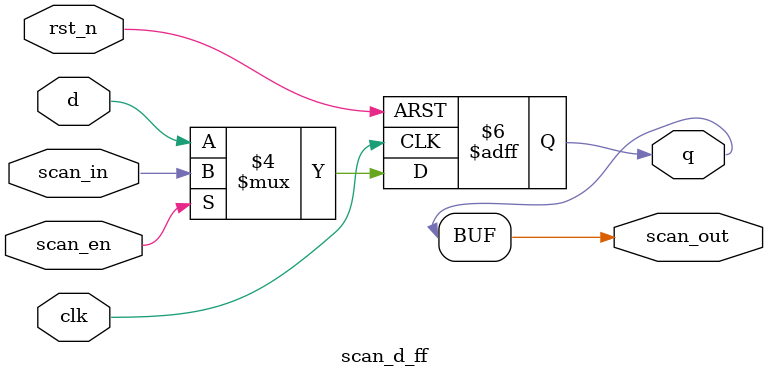
<source format=sv>
module scan_d_ff (
    input  wire clk,
    input  wire rst_n,
    input  wire scan_en,
    input  wire scan_in,
    input  wire d,
    output reg  q,
    output wire scan_out
);
    // IEEE 1364-2005 Verilog标准
    always @(posedge clk or negedge rst_n) begin
        if (!rst_n) begin
            q <= 1'b0;
        end
        else begin
            if (scan_en) begin
                q <= scan_in;
            end
            else begin
                q <= d;
            end
        end
    end
    
    assign scan_out = q;
endmodule
</source>
